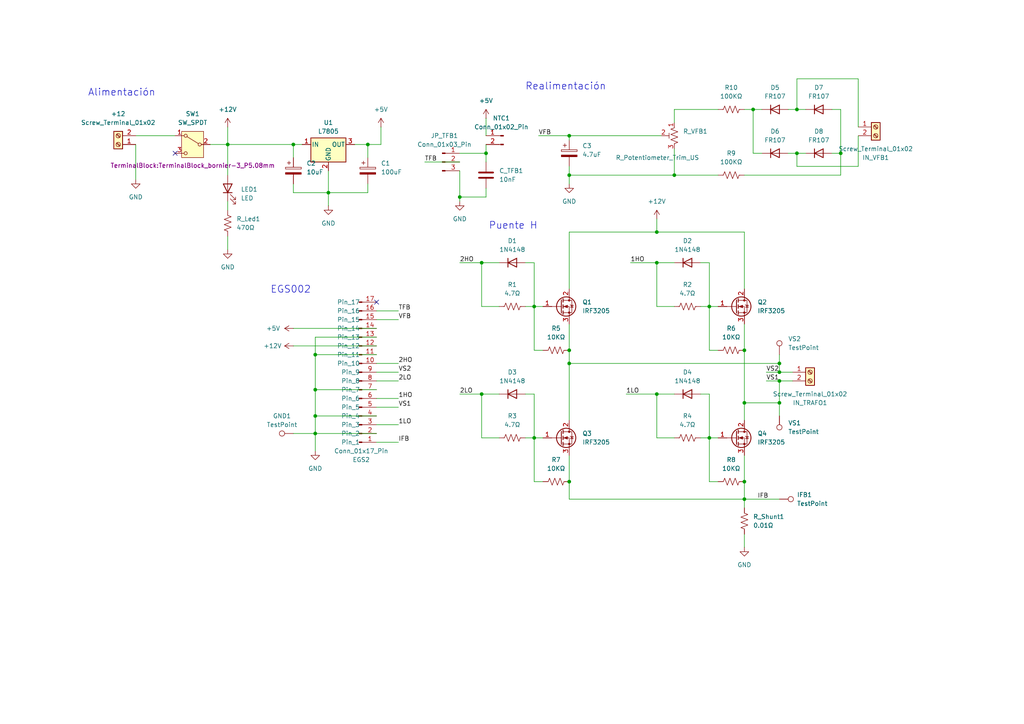
<source format=kicad_sch>
(kicad_sch (version 20231120) (generator "eeschema") (generator_version "8.0")
  (paper "A4")
  (title_block (title "Inversor 12V-220V SPWM") (rev "0") (company "UTN FRBA - Electrónica de Potencia") (comment 1 "Hugo Alejandro Gomez") (comment 2 "Lucio Zolezzi Mir"))
  (lib_symbols
    (symbol "Connector:Conn_01x02_Pin" (pin_names (offset 1.016) hide)
      (property "Reference" "J" (at 0 2.54 0))
      (property "Value" "Conn_01x02_Pin" (at 0 -5.08 0))
      (symbol "Conn_01x02_Pin_1_1"
        (polyline (pts (xy 1.27 -2.54) (xy 0.8636 -2.54)) (stroke (width 0.1524)))
        (polyline (pts (xy 1.27 0) (xy 0.8636 0)) (stroke (width 0.1524)))
        (rectangle (start 0.8636 -2.413) (end 0 -2.667) (stroke (width 0.1524)) (fill (type outline)))
        (rectangle (start 0.8636 0.127) (end 0 -0.127) (stroke (width 0.1524)) (fill (type outline)))
        (pin passive line (at 5.08 0 180) (length 3.81) (name "Pin_1") (number "1"))
        (pin passive line (at 5.08 -2.54 180) (length 3.81) (name "Pin_2") (number "2"))
      )
    )
    (symbol "Connector:Conn_01x03_Pin" (pin_names (offset 1.016) hide)
      (property "Reference" "J" (at 0 5.08 0))
      (property "Value" "Conn_01x03_Pin" (at 0 -5.08 0))
      (symbol "Conn_01x03_Pin_1_1"
        (polyline (pts (xy 1.27 -2.54) (xy 0.8636 -2.54)) (stroke (width 0.1524)))
        (polyline (pts (xy 1.27 0) (xy 0.8636 0)) (stroke (width 0.1524)))
        (polyline (pts (xy 1.27 2.54) (xy 0.8636 2.54)) (stroke (width 0.1524)))
        (rectangle (start 0.8636 -2.413) (end 0 -2.667) (stroke (width 0.1524)) (fill (type outline)))
        (rectangle (start 0.8636 0.127) (end 0 -0.127) (stroke (width 0.1524)) (fill (type outline)))
        (rectangle (start 0.8636 2.667) (end 0 2.413) (stroke (width 0.1524)) (fill (type outline)))
        (pin passive line (at 5.08 2.54 180) (length 3.81) (name "Pin_1") (number "1"))
        (pin passive line (at 5.08 0 180) (length 3.81) (name "Pin_2") (number "2"))
        (pin passive line (at 5.08 -2.54 180) (length 3.81) (name "Pin_3") (number "3"))
      )
    )
    (symbol "Connector:Conn_01x17_Pin" (pin_names (offset 1.016))
      (property "Reference" "J" (at 0 22.86 0))
      (property "Value" "Conn_01x17_Pin" (at 0 -22.86 0))
      (symbol "Conn_01x17_Pin_1_1"
        (polyline (pts (xy 1.27 -20.32) (xy 0.8636 -20.32)) (stroke (width 0.1524)))
        (polyline (pts (xy 1.27 -17.78) (xy 0.8636 -17.78)) (stroke (width 0.1524)))
        (polyline (pts (xy 1.27 -15.24) (xy 0.8636 -15.24)) (stroke (width 0.1524)))
        (polyline (pts (xy 1.27 -12.7) (xy 0.8636 -12.7)) (stroke (width 0.1524)))
        (polyline (pts (xy 1.27 -10.16) (xy 0.8636 -10.16)) (stroke (width 0.1524)))
        (polyline (pts (xy 1.27 -7.62) (xy 0.8636 -7.62)) (stroke (width 0.1524)))
        (polyline (pts (xy 1.27 -5.08) (xy 0.8636 -5.08)) (stroke (width 0.1524)))
        (polyline (pts (xy 1.27 -2.54) (xy 0.8636 -2.54)) (stroke (width 0.1524)))
        (polyline (pts (xy 1.27 0) (xy 0.8636 0)) (stroke (width 0.1524)))
        (polyline (pts (xy 1.27 2.54) (xy 0.8636 2.54)) (stroke (width 0.1524)))
        (polyline (pts (xy 1.27 5.08) (xy 0.8636 5.08)) (stroke (width 0.1524)))
        (polyline (pts (xy 1.27 7.62) (xy 0.8636 7.62)) (stroke (width 0.1524)))
        (polyline (pts (xy 1.27 10.16) (xy 0.8636 10.16)) (stroke (width 0.1524)))
        (polyline (pts (xy 1.27 12.7) (xy 0.8636 12.7)) (stroke (width 0.1524)))
        (polyline (pts (xy 1.27 15.24) (xy 0.8636 15.24)) (stroke (width 0.1524)))
        (polyline (pts (xy 1.27 17.78) (xy 0.8636 17.78)) (stroke (width 0.1524)))
        (polyline (pts (xy 1.27 20.32) (xy 0.8636 20.32)) (stroke (width 0.1524)))
        (rectangle (start 0.8636 -20.193) (end 0 -20.447) (stroke (width 0.1524)) (fill (type outline)))
        (rectangle (start 0.8636 -17.653) (end 0 -17.907) (stroke (width 0.1524)) (fill (type outline)))
        (rectangle (start 0.8636 -15.113) (end 0 -15.367) (stroke (width 0.1524)) (fill (type outline)))
        (rectangle (start 0.8636 -12.573) (end 0 -12.827) (stroke (width 0.1524)) (fill (type outline)))
        (rectangle (start 0.8636 -10.033) (end 0 -10.287) (stroke (width 0.1524)) (fill (type outline)))
        (rectangle (start 0.8636 -7.493) (end 0 -7.747) (stroke (width 0.1524)) (fill (type outline)))
        (rectangle (start 0.8636 -4.953) (end 0 -5.207) (stroke (width 0.1524)) (fill (type outline)))
        (rectangle (start 0.8636 -2.413) (end 0 -2.667) (stroke (width 0.1524)) (fill (type outline)))
        (rectangle (start 0.8636 0.127) (end 0 -0.127) (stroke (width 0.1524)) (fill (type outline)))
        (rectangle (start 0.8636 2.667) (end 0 2.413) (stroke (width 0.1524)) (fill (type outline)))
        (rectangle (start 0.8636 5.207) (end 0 4.953) (stroke (width 0.1524)) (fill (type outline)))
        (rectangle (start 0.8636 7.747) (end 0 7.493) (stroke (width 0.1524)) (fill (type outline)))
        (rectangle (start 0.8636 10.287) (end 0 10.033) (stroke (width 0.1524)) (fill (type outline)))
        (rectangle (start 0.8636 12.827) (end 0 12.573) (stroke (width 0.1524)) (fill (type outline)))
        (rectangle (start 0.8636 15.367) (end 0 15.113) (stroke (width 0.1524)) (fill (type outline)))
        (rectangle (start 0.8636 17.907) (end 0 17.653) (stroke (width 0.1524)) (fill (type outline)))
        (rectangle (start 0.8636 20.447) (end 0 20.193) (stroke (width 0.1524)) (fill (type outline)))
        (pin passive line (at 5.08 20.32 180) (length 3.81) (name "Pin_1") (number "1"))
        (pin passive line (at 5.08 -2.54 180) (length 3.81) (name "Pin_10") (number "10"))
        (pin passive line (at 5.08 -5.08 180) (length 3.81) (name "Pin_11") (number "11"))
        (pin passive line (at 5.08 -7.62 180) (length 3.81) (name "Pin_12") (number "12"))
        (pin passive line (at 5.08 -10.16 180) (length 3.81) (name "Pin_13") (number "13"))
        (pin passive line (at 5.08 -12.7 180) (length 3.81) (name "Pin_14") (number "14"))
        (pin passive line (at 5.08 -15.24 180) (length 3.81) (name "Pin_15") (number "15"))
        (pin passive line (at 5.08 -17.78 180) (length 3.81) (name "Pin_16") (number "16"))
        (pin passive line (at 5.08 -20.32 180) (length 3.81) (name "Pin_17") (number "17"))
        (pin passive line (at 5.08 17.78 180) (length 3.81) (name "Pin_2") (number "2"))
        (pin passive line (at 5.08 15.24 180) (length 3.81) (name "Pin_3") (number "3"))
        (pin passive line (at 5.08 12.7 180) (length 3.81) (name "Pin_4") (number "4"))
        (pin passive line (at 5.08 10.16 180) (length 3.81) (name "Pin_5") (number "5"))
        (pin passive line (at 5.08 7.62 180) (length 3.81) (name "Pin_6") (number "6"))
        (pin passive line (at 5.08 5.08 180) (length 3.81) (name "Pin_7") (number "7"))
        (pin passive line (at 5.08 2.54 180) (length 3.81) (name "Pin_8") (number "8"))
        (pin passive line (at 5.08 0 180) (length 3.81) (name "Pin_9") (number "9"))
      )
    )
    (symbol "Connector:Screw_Terminal_01x02" (pin_names (offset 1.016) hide)
      (property "Reference" "J" (at 0 2.54 0))
      (property "Value" "Screw_Terminal_01x02" (at 0 -5.08 0))
      (symbol "Screw_Terminal_01x02_1_1"
        (rectangle (start -1.27 1.27) (end 1.27 -3.81) (stroke (width 0.254)) (fill (type background)))
        (circle (center 0 -2.54) (radius 0.635) (stroke (width 0.1524)))
        (polyline (pts (xy -0.5334 -2.2098) (xy 0.3302 -3.048)) (stroke (width 0.1524)))
        (polyline (pts (xy -0.5334 0.3302) (xy 0.3302 -0.508)) (stroke (width 0.1524)))
        (polyline (pts (xy -0.3556 -2.032) (xy 0.508 -2.8702)) (stroke (width 0.1524)))
        (polyline (pts (xy -0.3556 0.508) (xy 0.508 -0.3302)) (stroke (width 0.1524)))
        (circle (center 0 0) (radius 0.635) (stroke (width 0.1524)))
        (pin passive line (at -5.08 0 0) (length 3.81) (name "Pin_1") (number "1"))
        (pin passive line (at -5.08 -2.54 0) (length 3.81) (name "Pin_2") (number "2"))
      )
    )
    (symbol "Connector:TestPoint" (pin_numbers hide) (pin_names (offset 0.762) hide)
      (property "Reference" "TP" (at 0 6.858 0))
      (property "Value" "TestPoint" (at 0 5.08 0))
      (symbol "TestPoint_0_1"
        (circle (center 0 3.302) (radius 0.762))
      )
      (symbol "TestPoint_1_1"
        (pin passive line (at 0 0 90) (length 2.54) (name "1") (number "1"))
      )
    )
    (symbol "Device:C" (pin_numbers hide) (pin_names (offset 0.254))
      (property "Reference" "C" (at 0.635 2.54 0))
      (property "Value" "C" (at 0.635 -2.54 0))
      (symbol "C_0_1"
        (polyline (pts (xy -2.032 -0.762) (xy 2.032 -0.762)) (stroke (width 0.508)))
        (polyline (pts (xy -2.032 0.762) (xy 2.032 0.762)) (stroke (width 0.508)))
      )
      (symbol "C_1_1"
        (pin passive line (at 0 3.81 270) (length 2.794) (name "~") (number "1"))
        (pin passive line (at 0 -3.81 90) (length 2.794) (name "~") (number "2"))
      )
    )
    (symbol "Device:C_Polarized" (pin_numbers hide) (pin_names (offset 0.254))
      (property "Reference" "C" (at 0.635 2.54 0))
      (property "Value" "C_Polarized" (at 0.635 -2.54 0))
      (symbol "C_Polarized_0_1"
        (rectangle (start -2.286 0.508) (end 2.286 1.016))
        (polyline (pts (xy -1.778 2.286) (xy -0.762 2.286)))
        (polyline (pts (xy -1.27 2.794) (xy -1.27 1.778)))
        (rectangle (start 2.286 -0.508) (end -2.286 -1.016) (fill (type outline)))
      )
      (symbol "C_Polarized_1_1"
        (pin passive line (at 0 3.81 270) (length 2.794) (name "~") (number "1"))
        (pin passive line (at 0 -3.81 90) (length 2.794) (name "~") (number "2"))
      )
    )
    (symbol "Device:D" (pin_numbers hide) (pin_names (offset 1.016) hide)
      (property "Reference" "D" (at 0 2.54 0))
      (property "Value" "D" (at 0 -2.54 0))
      (symbol "D_0_1"
        (polyline (pts (xy -1.27 1.27) (xy -1.27 -1.27)) (stroke (width 0.254)))
        (polyline (pts (xy 1.27 0) (xy -1.27 0)))
        (polyline (pts (xy 1.27 1.27) (xy 1.27 -1.27) (xy -1.27 0) (xy 1.27 1.27)) (stroke (width 0.254)))
      )
      (symbol "D_1_1"
        (pin passive line (at -3.81 0 0) (length 2.54) (name "K") (number "1"))
        (pin passive line (at 3.81 0 180) (length 2.54) (name "A") (number "2"))
      )
    )
    (symbol "Device:LED" (pin_numbers hide) (pin_names (offset 1.016) hide)
      (property "Reference" "D" (at 0 2.54 0))
      (property "Value" "LED" (at 0 -2.54 0))
      (symbol "LED_0_1"
        (polyline (pts (xy -1.27 -1.27) (xy -1.27 1.27)) (stroke (width 0.254)))
        (polyline (pts (xy -1.27 0) (xy 1.27 0)))
        (polyline (pts (xy 1.27 -1.27) (xy 1.27 1.27) (xy -1.27 0) (xy 1.27 -1.27)) (stroke (width 0.254)))
        (polyline (pts (xy -3.048 -0.762) (xy -4.572 -2.286) (xy -3.81 -2.286) (xy -4.572 -2.286) (xy -4.572 -1.524)))
        (polyline (pts (xy -1.778 -0.762) (xy -3.302 -2.286) (xy -2.54 -2.286) (xy -3.302 -2.286) (xy -3.302 -1.524)))
      )
      (symbol "LED_1_1"
        (pin passive line (at -3.81 0 0) (length 2.54) (name "K") (number "1"))
        (pin passive line (at 3.81 0 180) (length 2.54) (name "A") (number "2"))
      )
    )
    (symbol "Device:R_Potentiometer_Trim_US" (pin_names (offset 1.016) hide)
      (property "Reference" "RV" (at -4.445 0 90))
      (property "Value" "R_Potentiometer_Trim_US" (at -2.54 0 90))
      (symbol "R_Potentiometer_Trim_US_0_1"
        (polyline (pts (xy 0 -2.286) (xy 0 -2.54)))
        (polyline (pts (xy 0 2.286) (xy 0 2.54)))
        (polyline (pts (xy 1.524 0.762) (xy 1.524 -0.762)))
        (polyline (pts (xy 2.54 0) (xy 1.524 0)))
        (polyline (pts (xy 0 -0.762) (xy 1.016 -1.143) (xy 0 -1.524) (xy -1.016 -1.905) (xy 0 -2.286)))
        (polyline (pts (xy 0 0.762) (xy 1.016 0.381) (xy 0 0) (xy -1.016 -0.381) (xy 0 -0.762)))
        (polyline (pts (xy 0 2.286) (xy 1.016 1.905) (xy 0 1.524) (xy -1.016 1.143) (xy 0 0.762)))
      )
      (symbol "R_Potentiometer_Trim_US_1_1"
        (pin passive line (at 0 3.81 270) (length 1.27) (name "1") (number "1"))
        (pin passive line (at 3.81 0 180) (length 1.27) (name "2") (number "2"))
        (pin passive line (at 0 -3.81 90) (length 1.27) (name "3") (number "3"))
      )
    )
    (symbol "Device:R_US" (pin_numbers hide) (pin_names (offset 0))
      (property "Reference" "R" (at 2.54 0 90))
      (property "Value" "R_US" (at -2.54 0 90))
      (symbol "R_US_0_1"
        (polyline (pts (xy 0 -2.286) (xy 0 -2.54)))
        (polyline (pts (xy 0 2.286) (xy 0 2.54)))
        (polyline (pts (xy 0 -0.762) (xy 1.016 -1.143) (xy 0 -1.524) (xy -1.016 -1.905) (xy 0 -2.286)))
        (polyline (pts (xy 0 0.762) (xy 1.016 0.381) (xy 0 0) (xy -1.016 -0.381) (xy 0 -0.762)))
        (polyline (pts (xy 0 2.286) (xy 1.016 1.905) (xy 0 1.524) (xy -1.016 1.143) (xy 0 0.762)))
      )
      (symbol "R_US_1_1"
        (pin passive line (at 0 3.81 270) (length 1.27) (name "~") (number "1"))
        (pin passive line (at 0 -3.81 90) (length 1.27) (name "~") (number "2"))
      )
    )
    (symbol "Diode:1N4148" (pin_numbers hide) (pin_names hide)
      (property "Reference" "D" (at 0 2.54 0))
      (property "Value" "1N4148" (at 0 -2.54 0))
      (symbol "1N4148_0_1"
        (polyline (pts (xy -1.27 1.27) (xy -1.27 -1.27)) (stroke (width 0.254)))
        (polyline (pts (xy 1.27 0) (xy -1.27 0)))
        (polyline (pts (xy 1.27 1.27) (xy 1.27 -1.27) (xy -1.27 0) (xy 1.27 1.27)) (stroke (width 0.254)))
      )
      (symbol "1N4148_1_1"
        (pin passive line (at -3.81 0 0) (length 2.54) (name "K") (number "1"))
        (pin passive line (at 3.81 0 180) (length 2.54) (name "A") (number "2"))
      )
    )
    (symbol "Regulator_Linear:L7805" (pin_names (offset 0.254))
      (property "Reference" "U" (at -3.81 3.175 0))
      (property "Value" "L7805" (at 0 3.175 0))
      (symbol "L7805_0_1"
        (rectangle (start -5.08 1.905) (end 5.08 -5.08) (stroke (width 0.254)) (fill (type background)))
      )
      (symbol "L7805_1_1"
        (pin power_in line (at -7.62 0 0) (length 2.54) (name "IN") (number "1"))
        (pin power_in line (at 0 -7.62 90) (length 2.54) (name "GND") (number "2"))
        (pin power_out line (at 7.62 0 180) (length 2.54) (name "OUT") (number "3"))
      )
    )
    (symbol "Switch:SW_SPDT" (pin_names (offset 0) hide)
      (property "Reference" "SW" (at 0 5.08 0))
      (property "Value" "SW_SPDT" (at 0 -5.08 0))
      (symbol "SW_SPDT_0_1"
        (circle (center -2.032 0) (radius 0.4572))
        (polyline (pts (xy -1.651 0.254) (xy 1.651 2.286)))
        (circle (center 2.032 -2.54) (radius 0.4572))
        (circle (center 2.032 2.54) (radius 0.4572))
      )
      (symbol "SW_SPDT_1_1"
        (rectangle (start -3.175 3.81) (end 3.175 -3.81) (fill (type background)))
        (pin passive line (at 5.08 2.54 180) (length 2.54) (name "A") (number "1"))
        (pin passive line (at -5.08 0 0) (length 2.54) (name "B") (number "2"))
        (pin passive line (at 5.08 -2.54 180) (length 2.54) (name "C") (number "3"))
      )
    )
    (symbol "Transistor_FET:IRF3205" (pin_names hide)
      (property "Reference" "Q" (at 5.08 1.905 0))
      (property "Value" "IRF3205" (at 5.08 0 0))
      (symbol "IRF3205_0_1"
        (polyline (pts (xy 0.254 0) (xy -2.54 0)))
        (polyline (pts (xy 0.254 1.905) (xy 0.254 -1.905)) (stroke (width 0.254)))
        (polyline (pts (xy 0.762 -1.27) (xy 0.762 -2.286)) (stroke (width 0.254)))
        (polyline (pts (xy 0.762 0.508) (xy 0.762 -0.508)) (stroke (width 0.254)))
        (polyline (pts (xy 0.762 2.286) (xy 0.762 1.27)) (stroke (width 0.254)))
        (polyline (pts (xy 2.54 2.54) (xy 2.54 1.778)))
        (polyline (pts (xy 2.54 -2.54) (xy 2.54 0) (xy 0.762 0)))
        (polyline (pts (xy 0.762 -1.778) (xy 3.302 -1.778) (xy 3.302 1.778) (xy 0.762 1.778)))
        (polyline (pts (xy 1.016 0) (xy 2.032 0.381) (xy 2.032 -0.381) (xy 1.016 0)) (fill (type outline)))
        (polyline (pts (xy 2.794 0.508) (xy 2.921 0.381) (xy 3.683 0.381) (xy 3.81 0.254)))
        (polyline (pts (xy 3.302 0.381) (xy 2.921 -0.254) (xy 3.683 -0.254) (xy 3.302 0.381)))
        (circle (center 1.651 0) (radius 2.794) (stroke (width 0.254)))
        (circle (center 2.54 -1.778) (radius 0.254) (fill (type outline)))
        (circle (center 2.54 1.778) (radius 0.254) (fill (type outline)))
      )
      (symbol "IRF3205_1_1"
        (pin input line (at -5.08 0 0) (length 2.54) (name "G") (number "1"))
        (pin passive line (at 2.54 5.08 270) (length 2.54) (name "D") (number "2"))
        (pin passive line (at 2.54 -5.08 90) (length 2.54) (name "S") (number "3"))
      )
    )
    (symbol "power:+12V" (power) (pin_numbers hide) (pin_names (offset 0) hide)
      (property "Value" "+12V" (at 0 3.556 0))
      (symbol "+12V_0_1"
        (polyline (pts (xy -0.762 1.27) (xy 0 2.54)))
        (polyline (pts (xy 0 0) (xy 0 2.54)))
        (polyline (pts (xy 0 2.54) (xy 0.762 1.27)))
      )
      (symbol "+12V_1_1"
        (pin power_in line (at 0 0 90) (length 0) (name "~") (number "1"))
      )
    )
    (symbol "power:+5V" (power) (pin_numbers hide) (pin_names (offset 0) hide)
      (property "Value" "+5V" (at 0 3.556 0))
      (symbol "+5V_0_1"
        (polyline (pts (xy -0.762 1.27) (xy 0 2.54)))
        (polyline (pts (xy 0 0) (xy 0 2.54)))
        (polyline (pts (xy 0 2.54) (xy 0.762 1.27)))
      )
      (symbol "+5V_1_1"
        (pin power_in line (at 0 0 90) (length 0) (name "~") (number "1"))
      )
    )
    (symbol "power:GND" (power) (pin_numbers hide) (pin_names (offset 0) hide)
      (property "Value" "GND" (at 0 -3.81 0))
      (symbol "GND_0_1"
        (polyline (pts (xy 0 0) (xy 0 -1.27) (xy 1.27 -1.27) (xy 0 -2.54) (xy -1.27 -1.27) (xy 0 -1.27)))
      )
      (symbol "GND_1_1"
        (pin power_in line (at 0 0 270) (length 0) (name "~") (number "1"))
      )
    )
  )
  (junction (at 226.06 105.41))
  (junction (at 91.44 120.65))
  (junction (at 133.35 57.15))
  (junction (at 140.97 44.45))
  (junction (at 190.5 67.31))
  (junction (at 226.06 110.49))
  (junction (at 215.9 144.78))
  (junction (at 165.1 101.6))
  (junction (at 205.74 127))
  (junction (at 190.5 114.3))
  (junction (at 139.7 76.2))
  (junction (at 85.09 41.91))
  (junction (at 165.1 139.7))
  (junction (at 215.9 139.7))
  (junction (at 165.1 39.37))
  (junction (at 190.5 76.2))
  (junction (at 226.06 107.95))
  (junction (at 154.94 127))
  (junction (at 218.44 31.75))
  (junction (at 231.14 31.75))
  (junction (at 215.9 101.6))
  (junction (at 226.06 116.84))
  (junction (at 91.44 125.73))
  (junction (at 91.44 102.87))
  (junction (at 231.14 44.45))
  (junction (at 154.94 88.9))
  (junction (at 195.58 50.8))
  (junction (at 106.68 41.91))
  (junction (at 66.04 41.91))
  (junction (at 91.44 113.03))
  (junction (at 165.1 50.8))
  (junction (at 215.9 116.84))
  (junction (at 243.84 44.45))
  (junction (at 205.74 88.9))
  (junction (at 139.7 114.3))
  (junction (at 165.1 105.41))
  (junction (at 95.25 55.88))
  (no_connect (at 50.8 44.45))
  (no_connect (at 109.22 87.63))
  (wire (pts (xy 154.94 88.9) (xy 157.48 88.9)))
  (wire (pts (xy 91.44 125.73) (xy 91.44 130.81)))
  (wire (pts (xy 156.21 39.37) (xy 165.1 39.37)))
  (wire (pts (xy 106.68 53.34) (xy 106.68 55.88)))
  (wire (pts (xy 115.57 107.95) (xy 109.22 107.95)))
  (wire (pts (xy 190.5 76.2) (xy 190.5 88.9)))
  (wire (pts (xy 139.7 88.9) (xy 144.78 88.9)))
  (wire (pts (xy 215.9 144.78) (xy 215.9 147.32)))
  (wire (pts (xy 85.09 41.91) (xy 87.63 41.91)))
  (wire (pts (xy 208.28 139.7) (xy 205.74 139.7)))
  (wire (pts (xy 165.1 101.6) (xy 165.1 105.41)))
  (wire (pts (xy 203.2 114.3) (xy 205.74 114.3)))
  (wire (pts (xy 165.1 83.82) (xy 165.1 67.31)))
  (wire (pts (xy 115.57 92.71) (xy 109.22 92.71)))
  (wire (pts (xy 243.84 31.75) (xy 243.84 44.45)))
  (wire (pts (xy 222.25 107.95) (xy 226.06 107.95)))
  (wire (pts (xy 228.6 31.75) (xy 231.14 31.75)))
  (wire (pts (xy 85.09 53.34) (xy 85.09 55.88)))
  (wire (pts (xy 205.74 114.3) (xy 205.74 127)))
  (wire (pts (xy 190.5 127) (xy 195.58 127)))
  (wire (pts (xy 115.57 123.19) (xy 109.22 123.19)))
  (wire (pts (xy 109.22 125.73) (xy 91.44 125.73)))
  (wire (pts (xy 95.25 55.88) (xy 95.25 59.69)))
  (wire (pts (xy 115.57 128.27) (xy 109.22 128.27)))
  (wire (pts (xy 226.06 116.84) (xy 226.06 120.65)))
  (wire (pts (xy 139.7 114.3) (xy 139.7 127)))
  (wire (pts (xy 95.25 55.88) (xy 106.68 55.88)))
  (wire (pts (xy 205.74 76.2) (xy 205.74 88.9)))
  (wire (pts (xy 106.68 41.91) (xy 106.68 45.72)))
  (wire (pts (xy 85.09 55.88) (xy 95.25 55.88)))
  (wire (pts (xy 140.97 34.29) (xy 140.97 39.37)))
  (wire (pts (xy 226.06 116.84) (xy 226.06 110.49)))
  (wire (pts (xy 157.48 139.7) (xy 154.94 139.7)))
  (wire (pts (xy 215.9 50.8) (xy 243.84 50.8)))
  (wire (pts (xy 115.57 90.17) (xy 109.22 90.17)))
  (wire (pts (xy 195.58 43.18) (xy 195.58 50.8)))
  (wire (pts (xy 66.04 36.83) (xy 66.04 41.91)))
  (wire (pts (xy 91.44 113.03) (xy 91.44 120.65)))
  (wire (pts (xy 226.06 107.95) (xy 226.06 105.41)))
  (wire (pts (xy 248.92 36.83) (xy 248.92 22.86)))
  (wire (pts (xy 248.92 39.37) (xy 248.92 48.26)))
  (wire (pts (xy 165.1 67.31) (xy 190.5 67.31)))
  (wire (pts (xy 205.74 139.7) (xy 205.74 127)))
  (wire (pts (xy 39.37 41.91) (xy 39.37 52.07)))
  (wire (pts (xy 165.1 53.34) (xy 165.1 50.8)))
  (wire (pts (xy 215.9 101.6) (xy 215.9 116.84)))
  (wire (pts (xy 190.5 63.5) (xy 190.5 67.31)))
  (wire (pts (xy 190.5 88.9) (xy 195.58 88.9)))
  (wire (pts (xy 152.4 76.2) (xy 154.94 76.2)))
  (wire (pts (xy 203.2 88.9) (xy 205.74 88.9)))
  (wire (pts (xy 205.74 101.6) (xy 205.74 88.9)))
  (wire (pts (xy 66.04 68.58) (xy 66.04 72.39)))
  (wire (pts (xy 109.22 102.87) (xy 91.44 102.87)))
  (wire (pts (xy 165.1 50.8) (xy 195.58 50.8)))
  (wire (pts (xy 165.1 48.26) (xy 165.1 50.8)))
  (wire (pts (xy 102.87 41.91) (xy 106.68 41.91)))
  (wire (pts (xy 106.68 41.91) (xy 110.49 41.91)))
  (wire (pts (xy 154.94 101.6) (xy 154.94 88.9)))
  (wire (pts (xy 241.3 31.75) (xy 243.84 31.75)))
  (wire (pts (xy 231.14 48.26) (xy 231.14 44.45)))
  (wire (pts (xy 215.9 31.75) (xy 218.44 31.75)))
  (wire (pts (xy 110.49 36.83) (xy 110.49 41.91)))
  (wire (pts (xy 205.74 88.9) (xy 208.28 88.9)))
  (wire (pts (xy 152.4 127) (xy 154.94 127)))
  (wire (pts (xy 154.94 76.2) (xy 154.94 88.9)))
  (wire (pts (xy 85.09 100.33) (xy 109.22 100.33)))
  (wire (pts (xy 66.04 41.91) (xy 85.09 41.91)))
  (wire (pts (xy 215.9 93.98) (xy 215.9 101.6)))
  (wire (pts (xy 133.35 76.2) (xy 139.7 76.2)))
  (wire (pts (xy 165.1 39.37) (xy 191.77 39.37)))
  (wire (pts (xy 133.35 57.15) (xy 133.35 58.42)))
  (wire (pts (xy 226.06 110.49) (xy 229.87 110.49)))
  (wire (pts (xy 182.88 76.2) (xy 190.5 76.2)))
  (wire (pts (xy 139.7 127) (xy 144.78 127)))
  (wire (pts (xy 243.84 50.8) (xy 243.84 44.45)))
  (wire (pts (xy 215.9 116.84) (xy 226.06 116.84)))
  (wire (pts (xy 231.14 22.86) (xy 231.14 31.75)))
  (wire (pts (xy 165.1 105.41) (xy 165.1 121.92)))
  (wire (pts (xy 95.25 49.53) (xy 95.25 55.88)))
  (wire (pts (xy 91.44 97.79) (xy 91.44 102.87)))
  (wire (pts (xy 228.6 44.45) (xy 231.14 44.45)))
  (wire (pts (xy 133.35 49.53) (xy 133.35 57.15)))
  (wire (pts (xy 226.06 105.41) (xy 165.1 105.41)))
  (wire (pts (xy 215.9 144.78) (xy 226.06 144.78)))
  (wire (pts (xy 115.57 105.41) (xy 109.22 105.41)))
  (wire (pts (xy 195.58 35.56) (xy 195.58 31.75)))
  (wire (pts (xy 215.9 132.08) (xy 215.9 139.7)))
  (wire (pts (xy 140.97 44.45) (xy 140.97 46.99)))
  (wire (pts (xy 226.06 102.87) (xy 226.06 105.41)))
  (wire (pts (xy 205.74 127) (xy 208.28 127)))
  (wire (pts (xy 243.84 44.45) (xy 241.3 44.45)))
  (wire (pts (xy 91.44 102.87) (xy 91.44 113.03)))
  (wire (pts (xy 157.48 101.6) (xy 154.94 101.6)))
  (wire (pts (xy 115.57 115.57) (xy 109.22 115.57)))
  (wire (pts (xy 109.22 120.65) (xy 91.44 120.65)))
  (wire (pts (xy 144.78 76.2) (xy 139.7 76.2)))
  (wire (pts (xy 205.74 127) (xy 203.2 127)))
  (wire (pts (xy 85.09 41.91) (xy 85.09 45.72)))
  (wire (pts (xy 208.28 101.6) (xy 205.74 101.6)))
  (wire (pts (xy 123.19 46.99) (xy 133.35 46.99)))
  (wire (pts (xy 165.1 93.98) (xy 165.1 101.6)))
  (wire (pts (xy 195.58 31.75) (xy 208.28 31.75)))
  (wire (pts (xy 133.35 114.3) (xy 139.7 114.3)))
  (wire (pts (xy 154.94 127) (xy 157.48 127)))
  (wire (pts (xy 190.5 67.31) (xy 215.9 67.31)))
  (wire (pts (xy 115.57 110.49) (xy 109.22 110.49)))
  (wire (pts (xy 203.2 76.2) (xy 205.74 76.2)))
  (wire (pts (xy 218.44 31.75) (xy 220.98 31.75)))
  (wire (pts (xy 248.92 22.86) (xy 231.14 22.86)))
  (wire (pts (xy 231.14 31.75) (xy 233.68 31.75)))
  (wire (pts (xy 154.94 114.3) (xy 154.94 127)))
  (wire (pts (xy 165.1 132.08) (xy 165.1 139.7)))
  (wire (pts (xy 218.44 44.45) (xy 218.44 31.75)))
  (wire (pts (xy 140.97 44.45) (xy 140.97 41.91)))
  (wire (pts (xy 91.44 120.65) (xy 91.44 125.73)))
  (wire (pts (xy 140.97 54.61) (xy 140.97 57.15)))
  (wire (pts (xy 85.09 125.73) (xy 91.44 125.73)))
  (wire (pts (xy 195.58 50.8) (xy 208.28 50.8)))
  (wire (pts (xy 220.98 44.45) (xy 218.44 44.45)))
  (wire (pts (xy 165.1 139.7) (xy 165.1 144.78)))
  (wire (pts (xy 60.96 41.91) (xy 66.04 41.91)))
  (wire (pts (xy 215.9 154.94) (xy 215.9 158.75)))
  (wire (pts (xy 248.92 48.26) (xy 231.14 48.26)))
  (wire (pts (xy 231.14 44.45) (xy 233.68 44.45)))
  (wire (pts (xy 109.22 113.03) (xy 91.44 113.03)))
  (wire (pts (xy 133.35 44.45) (xy 140.97 44.45)))
  (wire (pts (xy 226.06 107.95) (xy 229.87 107.95)))
  (wire (pts (xy 165.1 40.64) (xy 165.1 39.37)))
  (wire (pts (xy 215.9 116.84) (xy 215.9 121.92)))
  (wire (pts (xy 144.78 114.3) (xy 139.7 114.3)))
  (wire (pts (xy 39.37 39.37) (xy 50.8 39.37)))
  (wire (pts (xy 152.4 88.9) (xy 154.94 88.9)))
  (wire (pts (xy 66.04 41.91) (xy 66.04 50.8)))
  (wire (pts (xy 222.25 110.49) (xy 226.06 110.49)))
  (wire (pts (xy 181.61 114.3) (xy 190.5 114.3)))
  (wire (pts (xy 133.35 57.15) (xy 140.97 57.15)))
  (wire (pts (xy 165.1 144.78) (xy 215.9 144.78)))
  (wire (pts (xy 215.9 139.7) (xy 215.9 144.78)))
  (wire (pts (xy 195.58 114.3) (xy 190.5 114.3)))
  (wire (pts (xy 109.22 97.79) (xy 91.44 97.79)))
  (wire (pts (xy 85.09 95.25) (xy 109.22 95.25)))
  (wire (pts (xy 195.58 76.2) (xy 190.5 76.2)))
  (wire (pts (xy 139.7 76.2) (xy 139.7 88.9)))
  (wire (pts (xy 215.9 67.31) (xy 215.9 83.82)))
  (wire (pts (xy 190.5 114.3) (xy 190.5 127)))
  (wire (pts (xy 115.57 118.11) (xy 109.22 118.11)))
  (wire (pts (xy 154.94 127) (xy 154.94 139.7)))
  (wire (pts (xy 152.4 114.3) (xy 154.94 114.3)))
  (wire (pts (xy 66.04 58.42) (xy 66.04 60.96)))
  (text "Puente H" (at 148.844 65.532 0) (effects (font (size 2.032 2.032))))
  (text "Alimentación" (at 35.306 26.924 0) (effects (font (size 2.032 2.032))))
  (text "EGS002" (at 84.328 84.074 0) (effects (font (size 2.032 2.032))))
  (text "Realimentación" (at 164.084 25.146 0) (effects (font (size 2.032 2.032))))
  (label "VS1" (at 115.57 118.11 0))
  (label "2HO" (at 133.35 76.2 0))
  (label "VFB" (at 156.21 39.37 0))
  (label "1LO" (at 181.61 114.3 0))
  (label "VS2" (at 222.25 107.95 0))
  (label "2LO" (at 115.57 110.49 0))
  (label "1HO" (at 115.57 115.57 0))
  (label "TFB" (at 115.57 90.17 0))
  (label "2LO" (at 133.35 114.3 0))
  (label "TFB" (at 123.19 46.99 0))
  (label "2HO" (at 115.57 105.41 0))
  (label "IFB" (at 219.71 144.78 0))
  (label "VFB" (at 115.57 92.71 0))
  (label "IFB" (at 115.57 128.27 0))
  (label "VS2" (at 115.57 107.95 0))
  (label "1HO" (at 182.88 76.2 0))
  (label "1LO" (at 115.57 123.19 0))
  (label "VS1" (at 222.25 110.49 0))
  (symbol (lib_id "Device:LED") (at 66.04 54.61 90) (unit 1)
    (property "Reference" "LED1" (at 69.85 54.9274 90) (effects (justify right)))
    (property "Value" "LED" (at 69.85 57.4674 90) (effects (justify right)))
    (property "Footprint" "LED_THT:LED_D5.0mm" (effects (hide yes)))
    (property "Description" "Light emitting diode" (effects (hide yes)))
  )
  (symbol (lib_id "Device:R_US") (at 66.04 64.77 180) (unit 1)
    (property "Reference" "R_Led1" (at 68.58 63.4999 0) (effects (justify right)))
    (property "Value" "470Ω" (at 68.58 66.0399 0) (effects (justify right)))
    (property "Footprint" "Resistor_THT:R_Axial_DIN0207_L6.3mm_D2.5mm_P10.16mm_Horizontal" (effects (hide yes)))
    (property "Description" "Resistor, US symbol" (effects (hide yes)))
  )
  (symbol (lib_id "Connector:Screw_Terminal_01x02") (at 234.95 107.95 0) (unit 1)
    (property "Reference" "IN_TRAFO1" (at 234.95 116.84 0))
    (property "Value" "Screw_Terminal_01x02" (at 234.95 114.3 0))
    (property "Footprint" "TerminalBlock_RND:TerminalBlock_RND_205-00276_1x02_P5.00mm_Vertical" (effects (hide yes)))
    (property "Description" "Generic screw terminal, single row, 01x02, script generated (kicad-library-utils/schlib/autogen/connector/)" (effects (hide yes)))
  )
  (symbol (lib_id "Device:R_US") (at 212.09 50.8 90) (unit 1)
    (property "Reference" "R9" (at 212.09 44.45 90))
    (property "Value" "100KΩ" (at 212.09 46.99 90))
    (property "Footprint" "Resistor_THT:R_Axial_DIN0207_L6.3mm_D2.5mm_P10.16mm_Horizontal" (effects (hide yes)))
    (property "Description" "Resistor, US symbol" (effects (hide yes)))
  )
  (symbol (lib_id "power:GND") (at 215.9 158.75 0) (unit 1)
    (property "Reference" "#PWR07" (effects (hide yes)))
    (property "Value" "GND" (at 215.9 163.83 0))
    (property "Description" "Power symbol creates a global label with name \"GND\" , ground" (effects (hide yes)))
  )
  (symbol (lib_id "Device:R_US") (at 148.59 127 90) (unit 1)
    (property "Reference" "R3" (at 148.59 120.65 90))
    (property "Value" "4.7Ω" (at 148.59 123.19 90))
    (property "Footprint" "Resistor_THT:R_Axial_DIN0207_L6.3mm_D2.5mm_P10.16mm_Horizontal" (effects (hide yes)))
    (property "Description" "Resistor, US symbol" (effects (hide yes)))
  )
  (symbol (lib_id "Diode:1N4148") (at 199.39 76.2 0) (unit 1)
    (property "Reference" "D2" (at 199.39 69.85 0))
    (property "Value" "1N4148" (at 199.39 72.39 0))
    (property "Footprint" "Diode_THT:D_DO-35_SOD27_P7.62mm_Horizontal" (effects (hide yes)))
    (property "Datasheet" "https://assets.nexperia.com/documents/data-sheet/1N4148_1N4448.pdf" (effects (hide yes)))
    (property "Description" "100V 0.15A standard switching diode, DO-35" (effects (hide yes)))
    (property "Sim.Device" "D" (effects (hide yes)))
    (property "Sim.Pins" "1=K 2=A" (effects (hide yes)))
  )
  (symbol (lib_id "Diode:1N4148") (at 148.59 114.3 0) (unit 1)
    (property "Reference" "D3" (at 148.59 107.95 0))
    (property "Value" "1N4148" (at 148.59 110.49 0))
    (property "Footprint" "Diode_THT:D_DO-35_SOD27_P7.62mm_Horizontal" (effects (hide yes)))
    (property "Datasheet" "https://assets.nexperia.com/documents/data-sheet/1N4148_1N4448.pdf" (effects (hide yes)))
    (property "Description" "100V 0.15A standard switching diode, DO-35" (effects (hide yes)))
    (property "Sim.Device" "D" (effects (hide yes)))
    (property "Sim.Pins" "1=K 2=A" (effects (hide yes)))
  )
  (symbol (lib_id "Connector:Screw_Terminal_01x02") (at 34.29 41.91 180) (unit 1)
    (property "Reference" "+12" (at 34.29 33.02 0))
    (property "Value" "Screw_Terminal_01x02" (at 34.29 35.56 0))
    (property "Footprint" "TerminalBlock_RND:TerminalBlock_RND_205-00276_1x02_P5.00mm_Vertical" (effects (hide yes)))
    (property "Description" "Generic screw terminal, single row, 01x02, script generated (kicad-library-utils/schlib/autogen/connector/)" (effects (hide yes)))
  )
  (symbol (lib_id "Connector:Conn_01x03_Pin") (at 128.27 46.99 0) (unit 1)
    (property "Reference" "JP_TFB1" (at 128.905 39.37 0))
    (property "Value" "Conn_01x03_Pin" (at 128.905 41.91 0))
    (property "Footprint" "Connector_PinHeader_1.27mm:PinHeader_1x03_P1.27mm_Vertical" (effects (hide yes)))
    (property "Description" "Generic connector, single row, 01x03, script generated" (effects (hide yes)))
  )
  (symbol (lib_id "Device:R_Potentiometer_Trim_US") (at 195.58 39.37 0) (mirror y) (unit 1)
    (property "Reference" "R_VFB1" (at 198.12 38.0999 0) (effects (justify right)))
    (property "Value" "R_Potentiometer_Trim_US" (at 178.562 45.72 0) (effects (justify right)))
    (property "Footprint" "Potentiometer_THT:Potentiometer_Vishay_T93YA_Vertical" (effects (hide yes)))
    (property "Description" "Trim-potentiometer, US symbol" (effects (hide yes)))
  )
  (symbol (lib_id "Transistor_FET:IRF3205") (at 162.56 127 0) (unit 1)
    (property "Reference" "Q3" (at 168.91 125.7299 0) (effects (justify left)))
    (property "Value" "IRF3205" (at 168.91 128.2699 0) (effects (justify left)))
    (property "Footprint" "Package_TO_SOT_THT:TO-220-3_Vertical" (effects (hide yes)))
    (property "Datasheet" "http://www.irf.com/product-info/datasheets/data/irf3205.pdf" (effects (hide yes)))
    (property "Description" "110A Id, 55V Vds, Single N-Channel HEXFET Power MOSFET, 8mOhm Ron, TO-220AB" (effects (hide yes)))
  )
  (symbol (lib_id "Connector:TestPoint") (at 85.09 125.73 90) (unit 1)
    (property "Reference" "GND1" (at 81.788 120.65 90))
    (property "Value" "TestPoint" (at 81.788 123.19 90))
    (property "Footprint" "Connector_Pin:Pin_D1.0mm_L10.0mm" (effects (hide yes)))
    (property "Description" "test point" (effects (hide yes)))
  )
  (symbol (lib_id "Device:R_US") (at 199.39 127 90) (unit 1)
    (property "Reference" "R4" (at 199.39 120.65 90))
    (property "Value" "4.7Ω" (at 199.39 123.19 90))
    (property "Footprint" "Resistor_THT:R_Axial_DIN0207_L6.3mm_D2.5mm_P10.16mm_Horizontal" (effects (hide yes)))
    (property "Description" "Resistor, US symbol" (effects (hide yes)))
  )
  (symbol (lib_id "Diode:1N4148") (at 199.39 114.3 0) (unit 1)
    (property "Reference" "D4" (at 199.39 107.95 0))
    (property "Value" "1N4148" (at 199.39 110.49 0))
    (property "Footprint" "Diode_THT:D_DO-35_SOD27_P7.62mm_Horizontal" (effects (hide yes)))
    (property "Datasheet" "https://assets.nexperia.com/documents/data-sheet/1N4148_1N4448.pdf" (effects (hide yes)))
    (property "Description" "100V 0.15A standard switching diode, DO-35" (effects (hide yes)))
    (property "Sim.Device" "D" (effects (hide yes)))
    (property "Sim.Pins" "1=K 2=A" (effects (hide yes)))
  )
  (symbol (lib_id "Connector:TestPoint") (at 226.06 102.87 0) (unit 1)
    (property "Reference" "VS2" (at 228.6 98.2979 0) (effects (justify left)))
    (property "Value" "TestPoint" (at 228.6 100.8379 0) (effects (justify left)))
    (property "Footprint" "Connector_Pin:Pin_D1.0mm_L10.0mm" (effects (hide yes)))
    (property "Description" "test point" (effects (hide yes)))
  )
  (symbol (lib_id "power:GND") (at 133.35 58.42 0) (unit 1)
    (property "Reference" "#PWR013" (effects (hide yes)))
    (property "Value" "GND" (at 133.35 63.5 0))
    (property "Description" "Power symbol creates a global label with name \"GND\" , ground" (effects (hide yes)))
  )
  (symbol (lib_id "power:+12V") (at 66.04 36.83 0) (unit 1)
    (property "Reference" "#PWR05" (effects (hide yes)))
    (property "Value" "+12V" (at 66.04 31.75 0))
    (property "Description" "Power symbol creates a global label with name \"+12V\"" (effects (hide yes)))
  )
  (symbol (lib_id "power:+5V") (at 85.09 95.25 90) (unit 1)
    (property "Reference" "#PWR09" (effects (hide yes)))
    (property "Value" "+5V" (at 81.28 95.2499 90) (effects (justify left)))
    (property "Description" "Power symbol creates a global label with name \"+5V\"" (effects (hide yes)))
  )
  (symbol (lib_id "Device:C_Polarized") (at 85.09 49.53 0) (unit 1)
    (property "Reference" "C2" (at 88.9 47.3709 0) (effects (justify left)))
    (property "Value" "10uF" (at 88.9 49.9109 0) (effects (justify left)))
    (property "Footprint" "Capacitor_THT:CP_Radial_D5.0mm_P2.50mm" (effects (hide yes)))
    (property "Description" "Polarized capacitor" (effects (hide yes)))
  )
  (symbol (lib_id "Device:D") (at 224.79 31.75 0) (unit 1)
    (property "Reference" "D5" (at 224.79 25.4 0))
    (property "Value" "FR107" (at 224.79 27.94 0))
    (property "Footprint" "Diode_THT:D_DO-15_P10.16mm_Horizontal" (effects (hide yes)))
    (property "Description" "Diode" (effects (hide yes)))
    (property "Sim.Device" "D" (effects (hide yes)))
    (property "Sim.Pins" "1=K 2=A" (effects (hide yes)))
  )
  (symbol (lib_id "Device:D") (at 237.49 31.75 0) (unit 1)
    (property "Reference" "D7" (at 237.49 25.4 0))
    (property "Value" "FR107" (at 237.49 27.94 0))
    (property "Footprint" "Diode_THT:D_DO-15_P10.16mm_Horizontal" (effects (hide yes)))
    (property "Description" "Diode" (effects (hide yes)))
    (property "Sim.Device" "D" (effects (hide yes)))
    (property "Sim.Pins" "1=K 2=A" (effects (hide yes)))
  )
  (symbol (lib_id "power:+12V") (at 190.5 63.5 0) (unit 1)
    (property "Reference" "#PWR011" (effects (hide yes)))
    (property "Value" "+12V" (at 190.5 58.42 0))
    (property "Description" "Power symbol creates a global label with name \"+12V\"" (effects (hide yes)))
  )
  (symbol (lib_id "Device:R_US") (at 212.09 31.75 90) (unit 1)
    (property "Reference" "R10" (at 212.09 25.4 90))
    (property "Value" "100KΩ" (at 212.09 27.94 90))
    (property "Footprint" "Resistor_THT:R_Axial_DIN0207_L6.3mm_D2.5mm_P10.16mm_Horizontal" (effects (hide yes)))
    (property "Description" "Resistor, US symbol" (effects (hide yes)))
  )
  (symbol (lib_id "Device:R_US") (at 212.09 101.6 90) (unit 1)
    (property "Reference" "R6" (at 212.09 95.25 90))
    (property "Value" "10KΩ" (at 212.09 97.79 90))
    (property "Footprint" "Resistor_THT:R_Axial_DIN0207_L6.3mm_D2.5mm_P10.16mm_Horizontal" (effects (hide yes)))
    (property "Description" "Resistor, US symbol" (effects (hide yes)))
  )
  (symbol (lib_id "Device:C_Polarized") (at 106.68 49.53 0) (unit 1)
    (property "Reference" "C1" (at 110.49 47.3709 0) (effects (justify left)))
    (property "Value" "100uF" (at 110.49 49.9109 0) (effects (justify left)))
    (property "Footprint" "Capacitor_THT:CP_Radial_D8.0mm_P3.80mm" (effects (hide yes)))
    (property "Description" "Polarized capacitor" (effects (hide yes)))
  )
  (symbol (lib_id "Diode:1N4148") (at 148.59 76.2 0) (unit 1)
    (property "Reference" "D1" (at 148.59 69.85 0))
    (property "Value" "1N4148" (at 148.59 72.39 0))
    (property "Footprint" "Diode_THT:D_DO-35_SOD27_P7.62mm_Horizontal" (effects (hide yes)))
    (property "Datasheet" "https://assets.nexperia.com/documents/data-sheet/1N4148_1N4448.pdf" (effects (hide yes)))
    (property "Description" "100V 0.15A standard switching diode, DO-35" (effects (hide yes)))
    (property "Sim.Device" "D" (effects (hide yes)))
    (property "Sim.Pins" "1=K 2=A" (effects (hide yes)))
  )
  (symbol (lib_id "Device:R_US") (at 161.29 101.6 90) (unit 1)
    (property "Reference" "R5" (at 161.29 95.25 90))
    (property "Value" "10KΩ" (at 161.29 97.79 90))
    (property "Footprint" "Resistor_THT:R_Axial_DIN0207_L6.3mm_D2.5mm_P10.16mm_Horizontal" (effects (hide yes)))
    (property "Description" "Resistor, US symbol" (effects (hide yes)))
  )
  (symbol (lib_id "Connector:Screw_Terminal_01x02") (at 254 36.83 0) (unit 1)
    (property "Reference" "IN_VFB1" (at 254 45.72 0))
    (property "Value" "Screw_Terminal_01x02" (at 254 43.18 0))
    (property "Footprint" "TerminalBlock_RND:TerminalBlock_RND_205-00276_1x02_P5.00mm_Vertical" (effects (hide yes)))
    (property "Description" "Generic screw terminal, single row, 01x02, script generated (kicad-library-utils/schlib/autogen/connector/)" (effects (hide yes)))
  )
  (symbol (lib_id "Device:C") (at 140.97 50.8 0) (unit 1)
    (property "Reference" "C_TFB1" (at 144.78 49.5299 0) (effects (justify left)))
    (property "Value" "10nF" (at 144.78 52.0699 0) (effects (justify left)))
    (property "Footprint" "Capacitor_THT:C_Disc_D3.0mm_W2.0mm_P2.50mm" (effects (hide yes)))
    (property "Description" "Unpolarized capacitor" (effects (hide yes)))
  )
  (symbol (lib_id "Regulator_Linear:L7805") (at 95.25 41.91 0) (unit 1)
    (property "Reference" "U1" (at 95.25 35.56 0))
    (property "Value" "L7805" (at 95.25 38.1 0))
    (property "Footprint" "Package_TO_SOT_THT:TO-220-3_Vertical" (effects (hide yes)))
    (property "Datasheet" "http://www.st.com/content/ccc/resource/technical/document/datasheet/41/4f/b3/b0/12/d4/47/88/CD00000444.pdf/files/CD00000444.pdf/jcr:content/translations/en.CD00000444.pdf" (effects (hide yes)))
    (property "Description" "Positive 1.5A 35V Linear Regulator, Fixed Output 5V, TO-220/TO-263/TO-252" (effects (hide yes)))
  )
  (symbol (lib_id "Connector:Conn_01x02_Pin") (at 146.05 39.37 0) (mirror y) (unit 1)
    (property "Reference" "NTC1" (at 145.415 34.29 0))
    (property "Value" "Conn_01x02_Pin" (at 145.415 36.83 0))
    (property "Footprint" "Connector_PinHeader_1.27mm:PinHeader_1x02_P1.27mm_Vertical" (effects (hide yes)))
    (property "Description" "Generic connector, single row, 01x02, script generated" (effects (hide yes)))
  )
  (symbol (lib_id "power:GND") (at 165.1 53.34 0) (unit 1)
    (property "Reference" "#PWR010" (effects (hide yes)))
    (property "Value" "GND" (at 165.1 58.42 0))
    (property "Description" "Power symbol creates a global label with name \"GND\" , ground" (effects (hide yes)))
  )
  (symbol (lib_id "Transistor_FET:IRF3205") (at 213.36 88.9 0) (unit 1)
    (property "Reference" "Q2" (at 219.71 87.6299 0) (effects (justify left)))
    (property "Value" "IRF3205" (at 219.71 90.1699 0) (effects (justify left)))
    (property "Footprint" "Package_TO_SOT_THT:TO-220-3_Vertical" (effects (hide yes)))
    (property "Datasheet" "http://www.irf.com/product-info/datasheets/data/irf3205.pdf" (effects (hide yes)))
    (property "Description" "110A Id, 55V Vds, Single N-Channel HEXFET Power MOSFET, 8mOhm Ron, TO-220AB" (effects (hide yes)))
  )
  (symbol (lib_id "power:+5V") (at 140.97 34.29 0) (unit 1)
    (property "Reference" "#PWR012" (effects (hide yes)))
    (property "Value" "+5V" (at 140.97 29.21 0))
    (property "Description" "Power symbol creates a global label with name \"+5V\"" (effects (hide yes)))
  )
  (symbol (lib_id "power:GND") (at 66.04 72.39 0) (unit 1)
    (property "Reference" "#PWR02" (effects (hide yes)))
    (property "Value" "GND" (at 66.04 77.47 0))
    (property "Description" "Power symbol creates a global label with name \"GND\" , ground" (effects (hide yes)))
  )
  (symbol (lib_id "Device:R_US") (at 212.09 139.7 90) (unit 1)
    (property "Reference" "R8" (at 212.09 133.35 90))
    (property "Value" "10KΩ" (at 212.09 135.89 90))
    (property "Footprint" "Resistor_THT:R_Axial_DIN0207_L6.3mm_D2.5mm_P10.16mm_Horizontal" (effects (hide yes)))
    (property "Description" "Resistor, US symbol" (effects (hide yes)))
  )
  (symbol (lib_id "Connector:TestPoint") (at 226.06 144.78 270) (unit 1)
    (property "Reference" "IFB1" (at 231.14 143.5099 90) (effects (justify left)))
    (property "Value" "TestPoint" (at 231.14 146.0499 90) (effects (justify left)))
    (property "Footprint" "Connector_Pin:Pin_D1.0mm_L10.0mm" (effects (hide yes)))
    (property "Description" "test point" (effects (hide yes)))
  )
  (symbol (lib_id "Device:C_Polarized") (at 165.1 44.45 0) (unit 1)
    (property "Reference" "C3" (at 168.91 42.2909 0) (effects (justify left)))
    (property "Value" "4.7uF" (at 168.91 44.8309 0) (effects (justify left)))
    (property "Footprint" "Capacitor_THT:CP_Radial_D5.0mm_P2.50mm" (effects (hide yes)))
    (property "Description" "Polarized capacitor" (effects (hide yes)))
  )
  (symbol (lib_id "power:+5V") (at 110.49 36.83 0) (unit 1)
    (property "Reference" "#PWR04" (effects (hide yes)))
    (property "Value" "+5V" (at 110.49 31.75 0))
    (property "Description" "Power symbol creates a global label with name \"+5V\"" (effects (hide yes)))
  )
  (symbol (lib_id "Connector:TestPoint") (at 226.06 120.65 180) (unit 1)
    (property "Reference" "VS1" (at 228.6 122.6819 0) (effects (justify right)))
    (property "Value" "TestPoint" (at 228.6 125.2219 0) (effects (justify right)))
    (property "Footprint" "Connector_Pin:Pin_D1.0mm_L10.0mm" (effects (hide yes)))
    (property "Description" "test point" (effects (hide yes)))
  )
  (symbol (lib_id "power:GND") (at 91.44 130.81 0) (unit 1)
    (property "Reference" "#PWR06" (effects (hide yes)))
    (property "Value" "GND" (at 91.44 135.89 0))
    (property "Description" "Power symbol creates a global label with name \"GND\" , ground" (effects (hide yes)))
  )
  (symbol (lib_id "Connector:Conn_01x17_Pin") (at 104.14 107.95 0) (mirror x) (unit 1)
    (property "Reference" "EGS2" (at 104.775 133.35 0))
    (property "Value" "Conn_01x17_Pin" (at 104.775 130.81 0))
    (property "Footprint" "Connector_PinHeader_2.54mm:PinHeader_1x17_P2.54mm_Vertical" (effects (hide yes)))
    (property "Description" "Generic connector, single row, 01x17, script generated" (effects (hide yes)))
  )
  (symbol (lib_id "Device:D") (at 237.49 44.45 0) (unit 1)
    (property "Reference" "D8" (at 237.49 38.1 0))
    (property "Value" "FR107" (at 237.49 40.64 0))
    (property "Footprint" "Diode_THT:D_DO-15_P10.16mm_Horizontal" (effects (hide yes)))
    (property "Description" "Diode" (effects (hide yes)))
    (property "Sim.Device" "D" (effects (hide yes)))
    (property "Sim.Pins" "1=K 2=A" (effects (hide yes)))
  )
  (symbol (lib_id "Device:R_US") (at 148.59 88.9 90) (unit 1)
    (property "Reference" "R1" (at 148.59 82.55 90))
    (property "Value" "4.7Ω" (at 148.59 85.09 90))
    (property "Footprint" "Resistor_THT:R_Axial_DIN0207_L6.3mm_D2.5mm_P10.16mm_Horizontal" (effects (hide yes)))
    (property "Description" "Resistor, US symbol" (effects (hide yes)))
  )
  (symbol (lib_id "power:+12V") (at 85.09 100.33 90) (unit 1)
    (property "Reference" "#PWR08" (effects (hide yes)))
    (property "Value" "+12V" (at 81.7096 100.3299 90) (effects (justify left)))
    (property "Description" "Power symbol creates a global label with name \"+12V\"" (effects (hide yes)))
  )
  (symbol (lib_id "power:GND") (at 39.37 52.07 0) (unit 1)
    (property "Reference" "#PWR01" (effects (hide yes)))
    (property "Value" "GND" (at 39.37 57.15 0))
    (property "Description" "Power symbol creates a global label with name \"GND\" , ground" (effects (hide yes)))
  )
  (symbol (lib_id "Device:D") (at 224.79 44.45 0) (unit 1)
    (property "Reference" "D6" (at 224.79 38.1 0))
    (property "Value" "FR107" (at 224.79 40.64 0))
    (property "Footprint" "Diode_THT:D_DO-15_P10.16mm_Horizontal" (effects (hide yes)))
    (property "Description" "Diode" (effects (hide yes)))
    (property "Sim.Device" "D" (effects (hide yes)))
    (property "Sim.Pins" "1=K 2=A" (effects (hide yes)))
  )
  (symbol (lib_id "power:GND") (at 95.25 59.69 0) (unit 1)
    (property "Reference" "#PWR03" (effects (hide yes)))
    (property "Value" "GND" (at 95.25 64.77 0))
    (property "Description" "Power symbol creates a global label with name \"GND\" , ground" (effects (hide yes)))
  )
  (symbol (lib_id "Device:R_US") (at 215.9 151.13 0) (unit 1)
    (property "Reference" "R_Shunt1" (at 218.44 149.8599 0) (effects (justify left)))
    (property "Value" "0.01Ω" (at 218.44 152.3999 0) (effects (justify left)))
    (property "Footprint" "Resistor_THT:R_Axial_DIN0207_L6.3mm_D2.5mm_P5.08mm_Vertical" (effects (hide yes)))
    (property "Description" "Resistor, US symbol" (effects (hide yes)))
  )
  (symbol (lib_id "Switch:SW_SPDT") (at 55.88 41.91 0) (mirror y) (unit 1)
    (property "Reference" "SW1" (at 55.88 33.02 0))
    (property "Value" "SW_SPDT" (at 55.88 35.56 0))
    (property "Footprint" "TerminalBlock:TerminalBlock_bornier-3_P5.08mm" (at 55.88 48.006 0))
    (property "Description" "Switch, single pole double throw" (effects (hide yes)))
  )
  (symbol (lib_id "Device:R_US") (at 199.39 88.9 90) (unit 1)
    (property "Reference" "R2" (at 199.39 82.55 90))
    (property "Value" "4.7Ω" (at 199.39 85.09 90))
    (property "Footprint" "Resistor_THT:R_Axial_DIN0207_L6.3mm_D2.5mm_P10.16mm_Horizontal" (effects (hide yes)))
    (property "Description" "Resistor, US symbol" (effects (hide yes)))
  )
  (symbol (lib_id "Device:R_US") (at 161.29 139.7 90) (unit 1)
    (property "Reference" "R7" (at 161.29 133.35 90))
    (property "Value" "10KΩ" (at 161.29 135.89 90))
    (property "Footprint" "Resistor_THT:R_Axial_DIN0207_L6.3mm_D2.5mm_P10.16mm_Horizontal" (effects (hide yes)))
    (property "Description" "Resistor, US symbol" (effects (hide yes)))
  )
  (symbol (lib_id "Transistor_FET:IRF3205") (at 162.56 88.9 0) (unit 1)
    (property "Reference" "Q1" (at 168.91 87.6299 0) (effects (justify left)))
    (property "Value" "IRF3205" (at 168.91 90.1699 0) (effects (justify left)))
    (property "Footprint" "Package_TO_SOT_THT:TO-220-3_Vertical" (effects (hide yes)))
    (property "Datasheet" "http://www.irf.com/product-info/datasheets/data/irf3205.pdf" (effects (hide yes)))
    (property "Description" "110A Id, 55V Vds, Single N-Channel HEXFET Power MOSFET, 8mOhm Ron, TO-220AB" (effects (hide yes)))
  )
  (symbol (lib_id "Transistor_FET:IRF3205") (at 213.36 127 0) (unit 1)
    (property "Reference" "Q4" (at 219.71 125.7299 0) (effects (justify left)))
    (property "Value" "IRF3205" (at 219.71 128.2699 0) (effects (justify left)))
    (property "Footprint" "Package_TO_SOT_THT:TO-220-3_Vertical" (effects (hide yes)))
    (property "Datasheet" "http://www.irf.com/product-info/datasheets/data/irf3205.pdf" (effects (hide yes)))
    (property "Description" "110A Id, 55V Vds, Single N-Channel HEXFET Power MOSFET, 8mOhm Ron, TO-220AB" (effects (hide yes)))
  )
)
</source>
